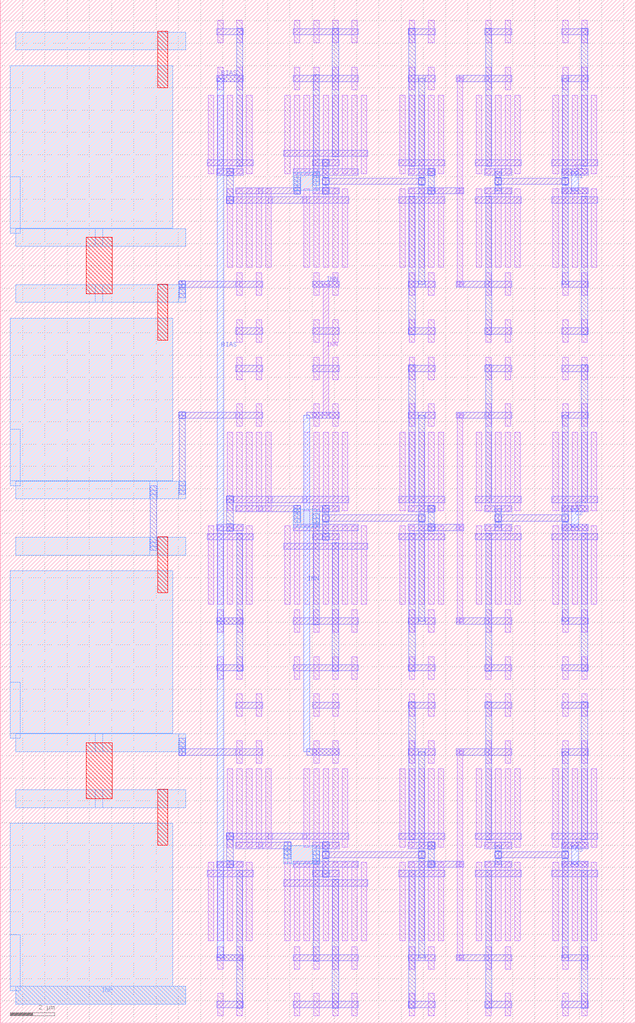
<source format=lef>
MACRO TWO_BIT_RES_ADC
  ORIGIN 0 0 ;
  FOREIGN TWO_BIT_RES_ADC 0 0 ;
  SIZE 28.51 BY 45.95 ;
  PIN BIAS
    DIRECTION INOUT ;
    USE SIGNAL ;
    PORT 
      LAYER M2 ;
        RECT 9.72 2.8 10.92 3.08 ;
      LAYER M2 ;
        RECT 9.72 17.92 10.92 18.2 ;
      LAYER M2 ;
        RECT 9.72 42.28 10.92 42.56 ;
      LAYER M2 ;
        RECT 9.73 2.8 10.05 3.08 ;
      LAYER M3 ;
        RECT 9.75 2.94 10.03 18.06 ;
      LAYER M2 ;
        RECT 9.73 17.92 10.05 18.2 ;
      LAYER M3 ;
        RECT 9.75 18.06 10.03 42.42 ;
      LAYER M2 ;
        RECT 9.73 42.28 10.05 42.56 ;
    END
  END BIAS
  PIN INN
    DIRECTION INOUT ;
    USE SIGNAL ;
    PORT 
      LAYER M2 ;
        RECT 14.02 12.04 15.22 12.32 ;
      LAYER M2 ;
        RECT 14.02 27.16 15.22 27.44 ;
      LAYER M2 ;
        RECT 14.02 33.04 15.22 33.32 ;
      LAYER M2 ;
        RECT 13.76 12.04 14.19 12.32 ;
      LAYER M3 ;
        RECT 13.62 12.18 13.9 27.3 ;
      LAYER M2 ;
        RECT 13.76 27.16 14.19 27.44 ;
      LAYER M2 ;
        RECT 14.46 27.16 14.78 27.44 ;
      LAYER M1 ;
        RECT 14.495 27.3 14.745 33.18 ;
      LAYER M2 ;
        RECT 14.46 33.04 14.78 33.32 ;
    END
  END INN
  PIN C3
    DIRECTION INOUT ;
    USE SIGNAL ;
    PORT 
      LAYER M2 ;
        RECT 25.2 7 26.4 7.28 ;
      LAYER M2 ;
        RECT 25.2 7.84 26.4 8.12 ;
      LAYER M2 ;
        RECT 25.64 7 25.96 7.28 ;
      LAYER M3 ;
        RECT 25.66 7.14 25.94 7.98 ;
      LAYER M2 ;
        RECT 25.64 7.84 25.96 8.12 ;
    END
  END C3
  PIN C2
    DIRECTION INOUT ;
    USE SIGNAL ;
    PORT 
      LAYER M2 ;
        RECT 25.2 22.12 26.4 22.4 ;
      LAYER M2 ;
        RECT 25.2 22.96 26.4 23.24 ;
      LAYER M2 ;
        RECT 25.64 22.12 25.96 22.4 ;
      LAYER M3 ;
        RECT 25.66 22.26 25.94 23.1 ;
      LAYER M2 ;
        RECT 25.64 22.96 25.96 23.24 ;
    END
  END C2
  PIN C1
    DIRECTION INOUT ;
    USE SIGNAL ;
    PORT 
      LAYER M2 ;
        RECT 25.2 37.24 26.4 37.52 ;
      LAYER M2 ;
        RECT 25.2 38.08 26.4 38.36 ;
      LAYER M2 ;
        RECT 25.64 37.24 25.96 37.52 ;
      LAYER M3 ;
        RECT 25.66 37.38 25.94 38.22 ;
      LAYER M2 ;
        RECT 25.64 38.08 25.96 38.36 ;
    END
  END C1
  PIN INP
    DIRECTION INOUT ;
    USE SIGNAL ;
    PORT 
      LAYER M4 ;
        RECT 0.695 0.86 8.335 1.66 ;
    END
  END INP
  OBS 
  LAYER M4 ;
        RECT 0.695 9.68 8.335 10.48 ;
  LAYER M4 ;
        RECT 0.695 12.2 8.335 13 ;
  LAYER M4 ;
        RECT 4.275 9.68 4.605 10.48 ;
  LAYER M5 ;
        RECT 3.85 10.08 5.03 12.6 ;
  LAYER M4 ;
        RECT 4.275 12.2 4.605 13 ;
  LAYER M2 ;
        RECT 10.58 12.04 11.78 12.32 ;
  LAYER M4 ;
        RECT 8.005 12.2 8.335 13 ;
  LAYER M3 ;
        RECT 8.03 12.18 8.31 12.6 ;
  LAYER M2 ;
        RECT 8.17 12.04 10.75 12.32 ;
  LAYER M2 ;
        RECT 8.01 12.04 8.33 12.32 ;
  LAYER M3 ;
        RECT 8.03 12.02 8.31 12.34 ;
  LAYER M3 ;
        RECT 8.03 12.415 8.31 12.785 ;
  LAYER M4 ;
        RECT 8.005 12.2 8.335 13 ;
  LAYER M2 ;
        RECT 8.01 12.04 8.33 12.32 ;
  LAYER M3 ;
        RECT 8.03 12.02 8.31 12.34 ;
  LAYER M3 ;
        RECT 8.03 12.415 8.31 12.785 ;
  LAYER M4 ;
        RECT 8.005 12.2 8.335 13 ;
  LAYER M4 ;
        RECT 0.695 21.02 8.335 21.82 ;
  LAYER M4 ;
        RECT 0.695 23.54 8.335 24.34 ;
  LAYER M2 ;
        RECT 10.58 27.16 11.78 27.44 ;
  LAYER M4 ;
        RECT 6.715 21.02 7.045 21.82 ;
  LAYER M3 ;
        RECT 6.74 21.42 7.02 23.94 ;
  LAYER M4 ;
        RECT 6.715 23.54 7.045 24.34 ;
  LAYER M4 ;
        RECT 8.005 23.54 8.335 24.34 ;
  LAYER M3 ;
        RECT 8.03 23.94 8.31 27.3 ;
  LAYER M2 ;
        RECT 8.17 27.16 10.75 27.44 ;
  LAYER M3 ;
        RECT 6.74 21.235 7.02 21.605 ;
  LAYER M4 ;
        RECT 6.715 21.02 7.045 21.82 ;
  LAYER M3 ;
        RECT 6.74 23.755 7.02 24.125 ;
  LAYER M4 ;
        RECT 6.715 23.54 7.045 24.34 ;
  LAYER M3 ;
        RECT 6.74 21.235 7.02 21.605 ;
  LAYER M4 ;
        RECT 6.715 21.02 7.045 21.82 ;
  LAYER M3 ;
        RECT 6.74 23.755 7.02 24.125 ;
  LAYER M4 ;
        RECT 6.715 23.54 7.045 24.34 ;
  LAYER M2 ;
        RECT 8.01 27.16 8.33 27.44 ;
  LAYER M3 ;
        RECT 8.03 27.14 8.31 27.46 ;
  LAYER M3 ;
        RECT 6.74 21.235 7.02 21.605 ;
  LAYER M4 ;
        RECT 6.715 21.02 7.045 21.82 ;
  LAYER M3 ;
        RECT 6.74 23.755 7.02 24.125 ;
  LAYER M4 ;
        RECT 6.715 23.54 7.045 24.34 ;
  LAYER M3 ;
        RECT 8.03 23.755 8.31 24.125 ;
  LAYER M4 ;
        RECT 8.005 23.54 8.335 24.34 ;
  LAYER M2 ;
        RECT 8.01 27.16 8.33 27.44 ;
  LAYER M3 ;
        RECT 8.03 27.14 8.31 27.46 ;
  LAYER M3 ;
        RECT 6.74 21.235 7.02 21.605 ;
  LAYER M4 ;
        RECT 6.715 21.02 7.045 21.82 ;
  LAYER M3 ;
        RECT 6.74 23.755 7.02 24.125 ;
  LAYER M4 ;
        RECT 6.715 23.54 7.045 24.34 ;
  LAYER M3 ;
        RECT 8.03 23.755 8.31 24.125 ;
  LAYER M4 ;
        RECT 8.005 23.54 8.335 24.34 ;
  LAYER M4 ;
        RECT 0.695 32.36 8.335 33.16 ;
  LAYER M4 ;
        RECT 0.695 34.88 8.335 35.68 ;
  LAYER M4 ;
        RECT 4.275 32.36 4.605 33.16 ;
  LAYER M5 ;
        RECT 3.85 32.76 5.03 35.28 ;
  LAYER M4 ;
        RECT 4.275 34.88 4.605 35.68 ;
  LAYER M2 ;
        RECT 10.58 33.04 11.78 33.32 ;
  LAYER M4 ;
        RECT 8.005 32.36 8.335 33.16 ;
  LAYER M3 ;
        RECT 8.03 32.76 8.31 33.18 ;
  LAYER M2 ;
        RECT 8.17 33.04 10.75 33.32 ;
  LAYER M2 ;
        RECT 8.01 33.04 8.33 33.32 ;
  LAYER M3 ;
        RECT 8.03 33.02 8.31 33.34 ;
  LAYER M3 ;
        RECT 8.03 32.575 8.31 32.945 ;
  LAYER M4 ;
        RECT 8.005 32.36 8.335 33.16 ;
  LAYER M2 ;
        RECT 8.01 33.04 8.33 33.32 ;
  LAYER M3 ;
        RECT 8.03 33.02 8.31 33.34 ;
  LAYER M3 ;
        RECT 8.03 32.575 8.31 32.945 ;
  LAYER M4 ;
        RECT 8.005 32.36 8.335 33.16 ;
  LAYER M2 ;
        RECT 14.02 6.58 15.22 6.86 ;
  LAYER M2 ;
        RECT 14.02 7.84 15.22 8.12 ;
  LAYER M2 ;
        RECT 18.32 2.8 19.52 3.08 ;
  LAYER M2 ;
        RECT 18.32 12.04 19.52 12.32 ;
  LAYER M2 ;
        RECT 18.76 2.8 19.08 3.08 ;
  LAYER M3 ;
        RECT 18.78 2.94 19.06 12.18 ;
  LAYER M2 ;
        RECT 18.76 12.04 19.08 12.32 ;
  LAYER M2 ;
        RECT 14.46 6.58 14.78 6.86 ;
  LAYER M3 ;
        RECT 14.48 6.72 14.76 7.98 ;
  LAYER M2 ;
        RECT 14.46 7.84 14.78 8.12 ;
  LAYER M3 ;
        RECT 14.48 7.375 14.76 7.745 ;
  LAYER M2 ;
        RECT 14.62 7.42 18.92 7.7 ;
  LAYER M3 ;
        RECT 18.78 7.375 19.06 7.745 ;
  LAYER M2 ;
        RECT 14.46 6.58 14.78 6.86 ;
  LAYER M3 ;
        RECT 14.48 6.56 14.76 6.88 ;
  LAYER M2 ;
        RECT 14.46 7.84 14.78 8.12 ;
  LAYER M3 ;
        RECT 14.48 7.82 14.76 8.14 ;
  LAYER M2 ;
        RECT 14.46 6.58 14.78 6.86 ;
  LAYER M3 ;
        RECT 14.48 6.56 14.76 6.88 ;
  LAYER M2 ;
        RECT 14.46 7.84 14.78 8.12 ;
  LAYER M3 ;
        RECT 14.48 7.82 14.76 8.14 ;
  LAYER M2 ;
        RECT 14.46 6.58 14.78 6.86 ;
  LAYER M3 ;
        RECT 14.48 6.56 14.76 6.88 ;
  LAYER M2 ;
        RECT 14.46 7.42 14.78 7.7 ;
  LAYER M3 ;
        RECT 14.48 7.4 14.76 7.72 ;
  LAYER M2 ;
        RECT 14.46 7.84 14.78 8.12 ;
  LAYER M3 ;
        RECT 14.48 7.82 14.76 8.14 ;
  LAYER M2 ;
        RECT 18.76 7.42 19.08 7.7 ;
  LAYER M3 ;
        RECT 18.78 7.4 19.06 7.72 ;
  LAYER M2 ;
        RECT 14.46 6.58 14.78 6.86 ;
  LAYER M3 ;
        RECT 14.48 6.56 14.76 6.88 ;
  LAYER M2 ;
        RECT 14.46 7.42 14.78 7.7 ;
  LAYER M3 ;
        RECT 14.48 7.4 14.76 7.72 ;
  LAYER M2 ;
        RECT 14.46 7.84 14.78 8.12 ;
  LAYER M3 ;
        RECT 14.48 7.82 14.76 8.14 ;
  LAYER M2 ;
        RECT 18.76 7.42 19.08 7.7 ;
  LAYER M3 ;
        RECT 18.78 7.4 19.06 7.72 ;
  LAYER M2 ;
        RECT 25.2 2.8 26.4 3.08 ;
  LAYER M2 ;
        RECT 25.2 12.04 26.4 12.32 ;
  LAYER M2 ;
        RECT 25.21 2.8 25.53 3.08 ;
  LAYER M3 ;
        RECT 25.23 2.94 25.51 12.18 ;
  LAYER M2 ;
        RECT 25.21 12.04 25.53 12.32 ;
  LAYER M2 ;
        RECT 21.76 7 22.96 7.28 ;
  LAYER M2 ;
        RECT 21.76 7.84 22.96 8.12 ;
  LAYER M2 ;
        RECT 22.2 7 22.52 7.28 ;
  LAYER M3 ;
        RECT 22.22 7.14 22.5 7.98 ;
  LAYER M2 ;
        RECT 22.2 7.84 22.52 8.12 ;
  LAYER M3 ;
        RECT 25.23 7.375 25.51 7.745 ;
  LAYER M2 ;
        RECT 22.36 7.42 25.37 7.7 ;
  LAYER M3 ;
        RECT 22.22 7.375 22.5 7.745 ;
  LAYER M2 ;
        RECT 22.2 7.42 22.52 7.7 ;
  LAYER M3 ;
        RECT 22.22 7.4 22.5 7.72 ;
  LAYER M2 ;
        RECT 25.21 7.42 25.53 7.7 ;
  LAYER M3 ;
        RECT 25.23 7.4 25.51 7.72 ;
  LAYER M2 ;
        RECT 22.2 7.42 22.52 7.7 ;
  LAYER M3 ;
        RECT 22.22 7.4 22.5 7.72 ;
  LAYER M2 ;
        RECT 25.21 7.42 25.53 7.7 ;
  LAYER M3 ;
        RECT 25.23 7.4 25.51 7.72 ;
  LAYER M2 ;
        RECT 10.58 7.84 11.78 8.12 ;
  LAYER M3 ;
        RECT 14.05 2.78 14.33 7.3 ;
  LAYER M2 ;
        RECT 11.61 7.84 12.9 8.12 ;
  LAYER M3 ;
        RECT 12.76 7.56 13.04 7.98 ;
  LAYER M4 ;
        RECT 12.9 7.16 14.19 7.96 ;
  LAYER M3 ;
        RECT 14.05 7.14 14.33 7.56 ;
  LAYER M2 ;
        RECT 12.74 7.84 13.06 8.12 ;
  LAYER M3 ;
        RECT 12.76 7.82 13.04 8.14 ;
  LAYER M3 ;
        RECT 12.76 7.375 13.04 7.745 ;
  LAYER M4 ;
        RECT 12.735 7.16 13.065 7.96 ;
  LAYER M3 ;
        RECT 14.05 7.375 14.33 7.745 ;
  LAYER M4 ;
        RECT 14.025 7.16 14.355 7.96 ;
  LAYER M2 ;
        RECT 12.74 7.84 13.06 8.12 ;
  LAYER M3 ;
        RECT 12.76 7.82 13.04 8.14 ;
  LAYER M3 ;
        RECT 12.76 7.375 13.04 7.745 ;
  LAYER M4 ;
        RECT 12.735 7.16 13.065 7.96 ;
  LAYER M3 ;
        RECT 14.05 7.375 14.33 7.745 ;
  LAYER M4 ;
        RECT 14.025 7.16 14.355 7.96 ;
  LAYER M2 ;
        RECT 9.72 7 10.92 7.28 ;
  LAYER M2 ;
        RECT 10.15 8.26 12.21 8.54 ;
  LAYER M2 ;
        RECT 13.59 8.26 15.65 8.54 ;
  LAYER M2 ;
        RECT 10.16 7 10.48 7.28 ;
  LAYER M3 ;
        RECT 10.18 7.14 10.46 8.4 ;
  LAYER M2 ;
        RECT 10.16 8.26 10.48 8.54 ;
  LAYER M2 ;
        RECT 12.04 8.26 13.76 8.54 ;
  LAYER M2 ;
        RECT 10.16 7 10.48 7.28 ;
  LAYER M3 ;
        RECT 10.18 6.98 10.46 7.3 ;
  LAYER M2 ;
        RECT 10.16 8.26 10.48 8.54 ;
  LAYER M3 ;
        RECT 10.18 8.24 10.46 8.56 ;
  LAYER M2 ;
        RECT 10.16 7 10.48 7.28 ;
  LAYER M3 ;
        RECT 10.18 6.98 10.46 7.3 ;
  LAYER M2 ;
        RECT 10.16 8.26 10.48 8.54 ;
  LAYER M3 ;
        RECT 10.18 8.24 10.46 8.56 ;
  LAYER M2 ;
        RECT 10.16 7 10.48 7.28 ;
  LAYER M3 ;
        RECT 10.18 6.98 10.46 7.3 ;
  LAYER M2 ;
        RECT 10.16 8.26 10.48 8.54 ;
  LAYER M3 ;
        RECT 10.18 8.24 10.46 8.56 ;
  LAYER M2 ;
        RECT 10.16 7 10.48 7.28 ;
  LAYER M3 ;
        RECT 10.18 6.98 10.46 7.3 ;
  LAYER M2 ;
        RECT 10.16 8.26 10.48 8.54 ;
  LAYER M3 ;
        RECT 10.18 8.24 10.46 8.56 ;
  LAYER M2 ;
        RECT 21.76 2.8 22.96 3.08 ;
  LAYER M2 ;
        RECT 18.32 7 19.52 7.28 ;
  LAYER M2 ;
        RECT 18.32 7.84 19.52 8.12 ;
  LAYER M2 ;
        RECT 21.76 12.04 22.96 12.32 ;
  LAYER M2 ;
        RECT 20.64 2.8 21.93 3.08 ;
  LAYER M1 ;
        RECT 20.515 2.94 20.765 7.14 ;
  LAYER M2 ;
        RECT 19.35 7 20.64 7.28 ;
  LAYER M2 ;
        RECT 19.19 7 19.51 7.28 ;
  LAYER M3 ;
        RECT 19.21 7.14 19.49 7.98 ;
  LAYER M2 ;
        RECT 19.19 7.84 19.51 8.12 ;
  LAYER M1 ;
        RECT 20.515 7.14 20.765 12.18 ;
  LAYER M2 ;
        RECT 20.64 12.04 21.93 12.32 ;
  LAYER M1 ;
        RECT 20.515 2.855 20.765 3.025 ;
  LAYER M2 ;
        RECT 20.47 2.8 20.81 3.08 ;
  LAYER M1 ;
        RECT 20.515 7.055 20.765 7.225 ;
  LAYER M2 ;
        RECT 20.47 7 20.81 7.28 ;
  LAYER M1 ;
        RECT 20.515 2.855 20.765 3.025 ;
  LAYER M2 ;
        RECT 20.47 2.8 20.81 3.08 ;
  LAYER M1 ;
        RECT 20.515 7.055 20.765 7.225 ;
  LAYER M2 ;
        RECT 20.47 7 20.81 7.28 ;
  LAYER M1 ;
        RECT 20.515 2.855 20.765 3.025 ;
  LAYER M2 ;
        RECT 20.47 2.8 20.81 3.08 ;
  LAYER M1 ;
        RECT 20.515 7.055 20.765 7.225 ;
  LAYER M2 ;
        RECT 20.47 7 20.81 7.28 ;
  LAYER M2 ;
        RECT 19.19 7 19.51 7.28 ;
  LAYER M3 ;
        RECT 19.21 6.98 19.49 7.3 ;
  LAYER M2 ;
        RECT 19.19 7.84 19.51 8.12 ;
  LAYER M3 ;
        RECT 19.21 7.82 19.49 8.14 ;
  LAYER M1 ;
        RECT 20.515 2.855 20.765 3.025 ;
  LAYER M2 ;
        RECT 20.47 2.8 20.81 3.08 ;
  LAYER M1 ;
        RECT 20.515 7.055 20.765 7.225 ;
  LAYER M2 ;
        RECT 20.47 7 20.81 7.28 ;
  LAYER M2 ;
        RECT 19.19 7 19.51 7.28 ;
  LAYER M3 ;
        RECT 19.21 6.98 19.49 7.3 ;
  LAYER M2 ;
        RECT 19.19 7.84 19.51 8.12 ;
  LAYER M3 ;
        RECT 19.21 7.82 19.49 8.14 ;
  LAYER M1 ;
        RECT 20.515 2.855 20.765 3.025 ;
  LAYER M2 ;
        RECT 20.47 2.8 20.81 3.08 ;
  LAYER M1 ;
        RECT 20.515 7.055 20.765 7.225 ;
  LAYER M2 ;
        RECT 20.47 7 20.81 7.28 ;
  LAYER M1 ;
        RECT 20.515 12.095 20.765 12.265 ;
  LAYER M2 ;
        RECT 20.47 12.04 20.81 12.32 ;
  LAYER M2 ;
        RECT 19.19 7 19.51 7.28 ;
  LAYER M3 ;
        RECT 19.21 6.98 19.49 7.3 ;
  LAYER M2 ;
        RECT 19.19 7.84 19.51 8.12 ;
  LAYER M3 ;
        RECT 19.21 7.82 19.49 8.14 ;
  LAYER M1 ;
        RECT 20.515 2.855 20.765 3.025 ;
  LAYER M2 ;
        RECT 20.47 2.8 20.81 3.08 ;
  LAYER M1 ;
        RECT 20.515 7.055 20.765 7.225 ;
  LAYER M2 ;
        RECT 20.47 7 20.81 7.28 ;
  LAYER M1 ;
        RECT 20.515 12.095 20.765 12.265 ;
  LAYER M2 ;
        RECT 20.47 12.04 20.81 12.32 ;
  LAYER M2 ;
        RECT 19.19 7 19.51 7.28 ;
  LAYER M3 ;
        RECT 19.21 6.98 19.49 7.3 ;
  LAYER M2 ;
        RECT 19.19 7.84 19.51 8.12 ;
  LAYER M3 ;
        RECT 19.21 7.82 19.49 8.14 ;
  LAYER M1 ;
        RECT 19.225 3.695 19.475 7.225 ;
  LAYER M1 ;
        RECT 19.225 2.435 19.475 3.445 ;
  LAYER M1 ;
        RECT 19.225 0.335 19.475 1.345 ;
  LAYER M1 ;
        RECT 19.655 3.695 19.905 7.225 ;
  LAYER M1 ;
        RECT 18.795 3.695 19.045 7.225 ;
  LAYER M1 ;
        RECT 18.365 3.695 18.615 7.225 ;
  LAYER M1 ;
        RECT 18.365 2.435 18.615 3.445 ;
  LAYER M1 ;
        RECT 18.365 0.335 18.615 1.345 ;
  LAYER M1 ;
        RECT 17.935 3.695 18.185 7.225 ;
  LAYER M2 ;
        RECT 17.89 6.58 19.95 6.86 ;
  LAYER M2 ;
        RECT 18.32 0.7 19.52 0.98 ;
  LAYER M2 ;
        RECT 18.32 7 19.52 7.28 ;
  LAYER M2 ;
        RECT 18.32 2.8 19.52 3.08 ;
  LAYER M3 ;
        RECT 18.35 0.68 18.63 6.88 ;
  LAYER M1 ;
        RECT 22.665 3.695 22.915 7.225 ;
  LAYER M1 ;
        RECT 22.665 2.435 22.915 3.445 ;
  LAYER M1 ;
        RECT 22.665 0.335 22.915 1.345 ;
  LAYER M1 ;
        RECT 23.095 3.695 23.345 7.225 ;
  LAYER M1 ;
        RECT 22.235 3.695 22.485 7.225 ;
  LAYER M1 ;
        RECT 21.805 3.695 22.055 7.225 ;
  LAYER M1 ;
        RECT 21.805 2.435 22.055 3.445 ;
  LAYER M1 ;
        RECT 21.805 0.335 22.055 1.345 ;
  LAYER M1 ;
        RECT 21.375 3.695 21.625 7.225 ;
  LAYER M2 ;
        RECT 21.33 6.58 23.39 6.86 ;
  LAYER M2 ;
        RECT 21.76 0.7 22.96 0.98 ;
  LAYER M2 ;
        RECT 21.76 7 22.96 7.28 ;
  LAYER M2 ;
        RECT 21.76 2.8 22.96 3.08 ;
  LAYER M3 ;
        RECT 21.79 0.68 22.07 6.88 ;
  LAYER M1 ;
        RECT 19.225 7.895 19.475 11.425 ;
  LAYER M1 ;
        RECT 19.225 11.675 19.475 12.685 ;
  LAYER M1 ;
        RECT 19.225 13.775 19.475 14.785 ;
  LAYER M1 ;
        RECT 19.655 7.895 19.905 11.425 ;
  LAYER M1 ;
        RECT 18.795 7.895 19.045 11.425 ;
  LAYER M1 ;
        RECT 18.365 7.895 18.615 11.425 ;
  LAYER M1 ;
        RECT 18.365 11.675 18.615 12.685 ;
  LAYER M1 ;
        RECT 18.365 13.775 18.615 14.785 ;
  LAYER M1 ;
        RECT 17.935 7.895 18.185 11.425 ;
  LAYER M2 ;
        RECT 17.89 8.26 19.95 8.54 ;
  LAYER M2 ;
        RECT 18.32 14.14 19.52 14.42 ;
  LAYER M2 ;
        RECT 18.32 7.84 19.52 8.12 ;
  LAYER M2 ;
        RECT 18.32 12.04 19.52 12.32 ;
  LAYER M3 ;
        RECT 18.35 8.24 18.63 14.44 ;
  LAYER M1 ;
        RECT 22.665 7.895 22.915 11.425 ;
  LAYER M1 ;
        RECT 22.665 11.675 22.915 12.685 ;
  LAYER M1 ;
        RECT 22.665 13.775 22.915 14.785 ;
  LAYER M1 ;
        RECT 23.095 7.895 23.345 11.425 ;
  LAYER M1 ;
        RECT 22.235 7.895 22.485 11.425 ;
  LAYER M1 ;
        RECT 21.805 7.895 22.055 11.425 ;
  LAYER M1 ;
        RECT 21.805 11.675 22.055 12.685 ;
  LAYER M1 ;
        RECT 21.805 13.775 22.055 14.785 ;
  LAYER M1 ;
        RECT 21.375 7.895 21.625 11.425 ;
  LAYER M2 ;
        RECT 21.33 8.26 23.39 8.54 ;
  LAYER M2 ;
        RECT 21.76 14.14 22.96 14.42 ;
  LAYER M2 ;
        RECT 21.76 7.84 22.96 8.12 ;
  LAYER M2 ;
        RECT 21.76 12.04 22.96 12.32 ;
  LAYER M3 ;
        RECT 21.79 8.24 22.07 14.44 ;
  LAYER M1 ;
        RECT 13.205 3.695 13.455 7.225 ;
  LAYER M1 ;
        RECT 13.205 2.435 13.455 3.445 ;
  LAYER M1 ;
        RECT 13.205 0.335 13.455 1.345 ;
  LAYER M1 ;
        RECT 12.775 3.695 13.025 7.225 ;
  LAYER M1 ;
        RECT 13.635 3.695 13.885 7.225 ;
  LAYER M1 ;
        RECT 14.065 3.695 14.315 7.225 ;
  LAYER M1 ;
        RECT 14.065 2.435 14.315 3.445 ;
  LAYER M1 ;
        RECT 14.065 0.335 14.315 1.345 ;
  LAYER M1 ;
        RECT 14.495 3.695 14.745 7.225 ;
  LAYER M1 ;
        RECT 14.925 3.695 15.175 7.225 ;
  LAYER M1 ;
        RECT 14.925 2.435 15.175 3.445 ;
  LAYER M1 ;
        RECT 14.925 0.335 15.175 1.345 ;
  LAYER M1 ;
        RECT 15.355 3.695 15.605 7.225 ;
  LAYER M1 ;
        RECT 15.785 3.695 16.035 7.225 ;
  LAYER M1 ;
        RECT 15.785 2.435 16.035 3.445 ;
  LAYER M1 ;
        RECT 15.785 0.335 16.035 1.345 ;
  LAYER M1 ;
        RECT 16.215 3.695 16.465 7.225 ;
  LAYER M2 ;
        RECT 13.16 7 16.08 7.28 ;
  LAYER M2 ;
        RECT 13.16 2.8 16.08 3.08 ;
  LAYER M2 ;
        RECT 12.73 6.16 16.51 6.44 ;
  LAYER M2 ;
        RECT 13.16 0.7 16.08 0.98 ;
  LAYER M3 ;
        RECT 14.05 2.78 14.33 7.3 ;
  LAYER M2 ;
        RECT 14.02 6.58 15.22 6.86 ;
  LAYER M3 ;
        RECT 14.91 0.68 15.19 6.46 ;
  LAYER M1 ;
        RECT 25.245 3.695 25.495 7.225 ;
  LAYER M1 ;
        RECT 25.245 2.435 25.495 3.445 ;
  LAYER M1 ;
        RECT 25.245 0.335 25.495 1.345 ;
  LAYER M1 ;
        RECT 24.815 3.695 25.065 7.225 ;
  LAYER M1 ;
        RECT 25.675 3.695 25.925 7.225 ;
  LAYER M1 ;
        RECT 26.105 3.695 26.355 7.225 ;
  LAYER M1 ;
        RECT 26.105 2.435 26.355 3.445 ;
  LAYER M1 ;
        RECT 26.105 0.335 26.355 1.345 ;
  LAYER M1 ;
        RECT 26.535 3.695 26.785 7.225 ;
  LAYER M2 ;
        RECT 24.77 6.58 26.83 6.86 ;
  LAYER M2 ;
        RECT 25.2 0.7 26.4 0.98 ;
  LAYER M2 ;
        RECT 25.2 7 26.4 7.28 ;
  LAYER M2 ;
        RECT 25.2 2.8 26.4 3.08 ;
  LAYER M3 ;
        RECT 26.09 0.68 26.37 6.88 ;
  LAYER M1 ;
        RECT 25.245 7.895 25.495 11.425 ;
  LAYER M1 ;
        RECT 25.245 11.675 25.495 12.685 ;
  LAYER M1 ;
        RECT 25.245 13.775 25.495 14.785 ;
  LAYER M1 ;
        RECT 24.815 7.895 25.065 11.425 ;
  LAYER M1 ;
        RECT 25.675 7.895 25.925 11.425 ;
  LAYER M1 ;
        RECT 26.105 7.895 26.355 11.425 ;
  LAYER M1 ;
        RECT 26.105 11.675 26.355 12.685 ;
  LAYER M1 ;
        RECT 26.105 13.775 26.355 14.785 ;
  LAYER M1 ;
        RECT 26.535 7.895 26.785 11.425 ;
  LAYER M2 ;
        RECT 24.77 8.26 26.83 8.54 ;
  LAYER M2 ;
        RECT 25.2 14.14 26.4 14.42 ;
  LAYER M2 ;
        RECT 25.2 7.84 26.4 8.12 ;
  LAYER M2 ;
        RECT 25.2 12.04 26.4 12.32 ;
  LAYER M3 ;
        RECT 26.09 8.24 26.37 14.44 ;
  LAYER M1 ;
        RECT 9.765 3.695 10.015 7.225 ;
  LAYER M1 ;
        RECT 9.765 2.435 10.015 3.445 ;
  LAYER M1 ;
        RECT 9.765 0.335 10.015 1.345 ;
  LAYER M1 ;
        RECT 9.335 3.695 9.585 7.225 ;
  LAYER M1 ;
        RECT 10.195 3.695 10.445 7.225 ;
  LAYER M1 ;
        RECT 10.625 3.695 10.875 7.225 ;
  LAYER M1 ;
        RECT 10.625 2.435 10.875 3.445 ;
  LAYER M1 ;
        RECT 10.625 0.335 10.875 1.345 ;
  LAYER M1 ;
        RECT 11.055 3.695 11.305 7.225 ;
  LAYER M2 ;
        RECT 9.29 6.58 11.35 6.86 ;
  LAYER M2 ;
        RECT 9.72 0.7 10.92 0.98 ;
  LAYER M2 ;
        RECT 9.72 7 10.92 7.28 ;
  LAYER M2 ;
        RECT 9.72 2.8 10.92 3.08 ;
  LAYER M3 ;
        RECT 10.61 0.68 10.89 6.88 ;
  LAYER M1 ;
        RECT 10.625 7.895 10.875 11.425 ;
  LAYER M1 ;
        RECT 10.625 11.675 10.875 12.685 ;
  LAYER M1 ;
        RECT 10.625 13.775 10.875 14.785 ;
  LAYER M1 ;
        RECT 10.195 7.895 10.445 11.425 ;
  LAYER M1 ;
        RECT 11.055 7.895 11.305 11.425 ;
  LAYER M1 ;
        RECT 11.485 7.895 11.735 11.425 ;
  LAYER M1 ;
        RECT 11.485 11.675 11.735 12.685 ;
  LAYER M1 ;
        RECT 11.485 13.775 11.735 14.785 ;
  LAYER M1 ;
        RECT 11.915 7.895 12.165 11.425 ;
  LAYER M2 ;
        RECT 10.58 14.14 11.78 14.42 ;
  LAYER M2 ;
        RECT 10.58 7.84 11.78 8.12 ;
  LAYER M2 ;
        RECT 10.58 12.04 11.78 12.32 ;
  LAYER M2 ;
        RECT 10.15 8.26 12.21 8.54 ;
  LAYER M1 ;
        RECT 14.065 7.895 14.315 11.425 ;
  LAYER M1 ;
        RECT 14.065 11.675 14.315 12.685 ;
  LAYER M1 ;
        RECT 14.065 13.775 14.315 14.785 ;
  LAYER M1 ;
        RECT 13.635 7.895 13.885 11.425 ;
  LAYER M1 ;
        RECT 14.495 7.895 14.745 11.425 ;
  LAYER M1 ;
        RECT 14.925 7.895 15.175 11.425 ;
  LAYER M1 ;
        RECT 14.925 11.675 15.175 12.685 ;
  LAYER M1 ;
        RECT 14.925 13.775 15.175 14.785 ;
  LAYER M1 ;
        RECT 15.355 7.895 15.605 11.425 ;
  LAYER M2 ;
        RECT 14.02 14.14 15.22 14.42 ;
  LAYER M2 ;
        RECT 14.02 7.84 15.22 8.12 ;
  LAYER M2 ;
        RECT 14.02 12.04 15.22 12.32 ;
  LAYER M2 ;
        RECT 13.59 8.26 15.65 8.54 ;
  LAYER M2 ;
        RECT 14.02 21.7 15.22 21.98 ;
  LAYER M2 ;
        RECT 14.02 22.96 15.22 23.24 ;
  LAYER M2 ;
        RECT 18.32 17.92 19.52 18.2 ;
  LAYER M2 ;
        RECT 18.32 27.16 19.52 27.44 ;
  LAYER M2 ;
        RECT 18.76 17.92 19.08 18.2 ;
  LAYER M3 ;
        RECT 18.78 18.06 19.06 27.3 ;
  LAYER M2 ;
        RECT 18.76 27.16 19.08 27.44 ;
  LAYER M2 ;
        RECT 14.46 21.7 14.78 21.98 ;
  LAYER M3 ;
        RECT 14.48 21.84 14.76 23.1 ;
  LAYER M2 ;
        RECT 14.46 22.96 14.78 23.24 ;
  LAYER M3 ;
        RECT 14.48 22.495 14.76 22.865 ;
  LAYER M2 ;
        RECT 14.62 22.54 18.92 22.82 ;
  LAYER M3 ;
        RECT 18.78 22.495 19.06 22.865 ;
  LAYER M2 ;
        RECT 14.46 21.7 14.78 21.98 ;
  LAYER M3 ;
        RECT 14.48 21.68 14.76 22 ;
  LAYER M2 ;
        RECT 14.46 22.96 14.78 23.24 ;
  LAYER M3 ;
        RECT 14.48 22.94 14.76 23.26 ;
  LAYER M2 ;
        RECT 14.46 21.7 14.78 21.98 ;
  LAYER M3 ;
        RECT 14.48 21.68 14.76 22 ;
  LAYER M2 ;
        RECT 14.46 22.96 14.78 23.24 ;
  LAYER M3 ;
        RECT 14.48 22.94 14.76 23.26 ;
  LAYER M2 ;
        RECT 14.46 21.7 14.78 21.98 ;
  LAYER M3 ;
        RECT 14.48 21.68 14.76 22 ;
  LAYER M2 ;
        RECT 14.46 22.54 14.78 22.82 ;
  LAYER M3 ;
        RECT 14.48 22.52 14.76 22.84 ;
  LAYER M2 ;
        RECT 14.46 22.96 14.78 23.24 ;
  LAYER M3 ;
        RECT 14.48 22.94 14.76 23.26 ;
  LAYER M2 ;
        RECT 18.76 22.54 19.08 22.82 ;
  LAYER M3 ;
        RECT 18.78 22.52 19.06 22.84 ;
  LAYER M2 ;
        RECT 14.46 21.7 14.78 21.98 ;
  LAYER M3 ;
        RECT 14.48 21.68 14.76 22 ;
  LAYER M2 ;
        RECT 14.46 22.54 14.78 22.82 ;
  LAYER M3 ;
        RECT 14.48 22.52 14.76 22.84 ;
  LAYER M2 ;
        RECT 14.46 22.96 14.78 23.24 ;
  LAYER M3 ;
        RECT 14.48 22.94 14.76 23.26 ;
  LAYER M2 ;
        RECT 18.76 22.54 19.08 22.82 ;
  LAYER M3 ;
        RECT 18.78 22.52 19.06 22.84 ;
  LAYER M2 ;
        RECT 25.2 17.92 26.4 18.2 ;
  LAYER M2 ;
        RECT 25.2 27.16 26.4 27.44 ;
  LAYER M2 ;
        RECT 25.21 17.92 25.53 18.2 ;
  LAYER M3 ;
        RECT 25.23 18.06 25.51 27.3 ;
  LAYER M2 ;
        RECT 25.21 27.16 25.53 27.44 ;
  LAYER M2 ;
        RECT 21.76 22.12 22.96 22.4 ;
  LAYER M2 ;
        RECT 21.76 22.96 22.96 23.24 ;
  LAYER M2 ;
        RECT 22.2 22.12 22.52 22.4 ;
  LAYER M3 ;
        RECT 22.22 22.26 22.5 23.1 ;
  LAYER M2 ;
        RECT 22.2 22.96 22.52 23.24 ;
  LAYER M3 ;
        RECT 25.23 22.495 25.51 22.865 ;
  LAYER M2 ;
        RECT 22.36 22.54 25.37 22.82 ;
  LAYER M3 ;
        RECT 22.22 22.495 22.5 22.865 ;
  LAYER M2 ;
        RECT 22.2 22.54 22.52 22.82 ;
  LAYER M3 ;
        RECT 22.22 22.52 22.5 22.84 ;
  LAYER M2 ;
        RECT 25.21 22.54 25.53 22.82 ;
  LAYER M3 ;
        RECT 25.23 22.52 25.51 22.84 ;
  LAYER M2 ;
        RECT 22.2 22.54 22.52 22.82 ;
  LAYER M3 ;
        RECT 22.22 22.52 22.5 22.84 ;
  LAYER M2 ;
        RECT 25.21 22.54 25.53 22.82 ;
  LAYER M3 ;
        RECT 25.23 22.52 25.51 22.84 ;
  LAYER M2 ;
        RECT 10.58 22.96 11.78 23.24 ;
  LAYER M3 ;
        RECT 14.05 17.9 14.33 22.42 ;
  LAYER M2 ;
        RECT 11.61 22.96 13.33 23.24 ;
  LAYER M3 ;
        RECT 13.19 22.68 13.47 23.1 ;
  LAYER M4 ;
        RECT 13.33 22.28 14.19 23.08 ;
  LAYER M3 ;
        RECT 14.05 22.26 14.33 22.68 ;
  LAYER M2 ;
        RECT 13.17 22.96 13.49 23.24 ;
  LAYER M3 ;
        RECT 13.19 22.94 13.47 23.26 ;
  LAYER M3 ;
        RECT 13.19 22.495 13.47 22.865 ;
  LAYER M4 ;
        RECT 13.165 22.28 13.495 23.08 ;
  LAYER M3 ;
        RECT 14.05 22.495 14.33 22.865 ;
  LAYER M4 ;
        RECT 14.025 22.28 14.355 23.08 ;
  LAYER M2 ;
        RECT 13.17 22.96 13.49 23.24 ;
  LAYER M3 ;
        RECT 13.19 22.94 13.47 23.26 ;
  LAYER M3 ;
        RECT 13.19 22.495 13.47 22.865 ;
  LAYER M4 ;
        RECT 13.165 22.28 13.495 23.08 ;
  LAYER M3 ;
        RECT 14.05 22.495 14.33 22.865 ;
  LAYER M4 ;
        RECT 14.025 22.28 14.355 23.08 ;
  LAYER M2 ;
        RECT 9.72 22.12 10.92 22.4 ;
  LAYER M2 ;
        RECT 10.15 23.38 12.21 23.66 ;
  LAYER M2 ;
        RECT 13.59 23.38 15.65 23.66 ;
  LAYER M2 ;
        RECT 10.16 22.12 10.48 22.4 ;
  LAYER M3 ;
        RECT 10.18 22.26 10.46 23.52 ;
  LAYER M2 ;
        RECT 10.16 23.38 10.48 23.66 ;
  LAYER M2 ;
        RECT 12.04 23.38 13.76 23.66 ;
  LAYER M2 ;
        RECT 10.16 22.12 10.48 22.4 ;
  LAYER M3 ;
        RECT 10.18 22.1 10.46 22.42 ;
  LAYER M2 ;
        RECT 10.16 23.38 10.48 23.66 ;
  LAYER M3 ;
        RECT 10.18 23.36 10.46 23.68 ;
  LAYER M2 ;
        RECT 10.16 22.12 10.48 22.4 ;
  LAYER M3 ;
        RECT 10.18 22.1 10.46 22.42 ;
  LAYER M2 ;
        RECT 10.16 23.38 10.48 23.66 ;
  LAYER M3 ;
        RECT 10.18 23.36 10.46 23.68 ;
  LAYER M2 ;
        RECT 10.16 22.12 10.48 22.4 ;
  LAYER M3 ;
        RECT 10.18 22.1 10.46 22.42 ;
  LAYER M2 ;
        RECT 10.16 23.38 10.48 23.66 ;
  LAYER M3 ;
        RECT 10.18 23.36 10.46 23.68 ;
  LAYER M2 ;
        RECT 10.16 22.12 10.48 22.4 ;
  LAYER M3 ;
        RECT 10.18 22.1 10.46 22.42 ;
  LAYER M2 ;
        RECT 10.16 23.38 10.48 23.66 ;
  LAYER M3 ;
        RECT 10.18 23.36 10.46 23.68 ;
  LAYER M2 ;
        RECT 21.76 17.92 22.96 18.2 ;
  LAYER M2 ;
        RECT 18.32 22.12 19.52 22.4 ;
  LAYER M2 ;
        RECT 18.32 22.96 19.52 23.24 ;
  LAYER M2 ;
        RECT 21.76 27.16 22.96 27.44 ;
  LAYER M2 ;
        RECT 20.64 17.92 21.93 18.2 ;
  LAYER M1 ;
        RECT 20.515 18.06 20.765 22.26 ;
  LAYER M2 ;
        RECT 19.35 22.12 20.64 22.4 ;
  LAYER M2 ;
        RECT 19.19 22.12 19.51 22.4 ;
  LAYER M3 ;
        RECT 19.21 22.26 19.49 23.1 ;
  LAYER M2 ;
        RECT 19.19 22.96 19.51 23.24 ;
  LAYER M1 ;
        RECT 20.515 22.26 20.765 27.3 ;
  LAYER M2 ;
        RECT 20.64 27.16 21.93 27.44 ;
  LAYER M1 ;
        RECT 20.515 17.975 20.765 18.145 ;
  LAYER M2 ;
        RECT 20.47 17.92 20.81 18.2 ;
  LAYER M1 ;
        RECT 20.515 22.175 20.765 22.345 ;
  LAYER M2 ;
        RECT 20.47 22.12 20.81 22.4 ;
  LAYER M1 ;
        RECT 20.515 17.975 20.765 18.145 ;
  LAYER M2 ;
        RECT 20.47 17.92 20.81 18.2 ;
  LAYER M1 ;
        RECT 20.515 22.175 20.765 22.345 ;
  LAYER M2 ;
        RECT 20.47 22.12 20.81 22.4 ;
  LAYER M1 ;
        RECT 20.515 17.975 20.765 18.145 ;
  LAYER M2 ;
        RECT 20.47 17.92 20.81 18.2 ;
  LAYER M1 ;
        RECT 20.515 22.175 20.765 22.345 ;
  LAYER M2 ;
        RECT 20.47 22.12 20.81 22.4 ;
  LAYER M2 ;
        RECT 19.19 22.12 19.51 22.4 ;
  LAYER M3 ;
        RECT 19.21 22.1 19.49 22.42 ;
  LAYER M2 ;
        RECT 19.19 22.96 19.51 23.24 ;
  LAYER M3 ;
        RECT 19.21 22.94 19.49 23.26 ;
  LAYER M1 ;
        RECT 20.515 17.975 20.765 18.145 ;
  LAYER M2 ;
        RECT 20.47 17.92 20.81 18.2 ;
  LAYER M1 ;
        RECT 20.515 22.175 20.765 22.345 ;
  LAYER M2 ;
        RECT 20.47 22.12 20.81 22.4 ;
  LAYER M2 ;
        RECT 19.19 22.12 19.51 22.4 ;
  LAYER M3 ;
        RECT 19.21 22.1 19.49 22.42 ;
  LAYER M2 ;
        RECT 19.19 22.96 19.51 23.24 ;
  LAYER M3 ;
        RECT 19.21 22.94 19.49 23.26 ;
  LAYER M1 ;
        RECT 20.515 17.975 20.765 18.145 ;
  LAYER M2 ;
        RECT 20.47 17.92 20.81 18.2 ;
  LAYER M1 ;
        RECT 20.515 22.175 20.765 22.345 ;
  LAYER M2 ;
        RECT 20.47 22.12 20.81 22.4 ;
  LAYER M1 ;
        RECT 20.515 27.215 20.765 27.385 ;
  LAYER M2 ;
        RECT 20.47 27.16 20.81 27.44 ;
  LAYER M2 ;
        RECT 19.19 22.12 19.51 22.4 ;
  LAYER M3 ;
        RECT 19.21 22.1 19.49 22.42 ;
  LAYER M2 ;
        RECT 19.19 22.96 19.51 23.24 ;
  LAYER M3 ;
        RECT 19.21 22.94 19.49 23.26 ;
  LAYER M1 ;
        RECT 20.515 17.975 20.765 18.145 ;
  LAYER M2 ;
        RECT 20.47 17.92 20.81 18.2 ;
  LAYER M1 ;
        RECT 20.515 22.175 20.765 22.345 ;
  LAYER M2 ;
        RECT 20.47 22.12 20.81 22.4 ;
  LAYER M1 ;
        RECT 20.515 27.215 20.765 27.385 ;
  LAYER M2 ;
        RECT 20.47 27.16 20.81 27.44 ;
  LAYER M2 ;
        RECT 19.19 22.12 19.51 22.4 ;
  LAYER M3 ;
        RECT 19.21 22.1 19.49 22.42 ;
  LAYER M2 ;
        RECT 19.19 22.96 19.51 23.24 ;
  LAYER M3 ;
        RECT 19.21 22.94 19.49 23.26 ;
  LAYER M1 ;
        RECT 19.225 18.815 19.475 22.345 ;
  LAYER M1 ;
        RECT 19.225 17.555 19.475 18.565 ;
  LAYER M1 ;
        RECT 19.225 15.455 19.475 16.465 ;
  LAYER M1 ;
        RECT 19.655 18.815 19.905 22.345 ;
  LAYER M1 ;
        RECT 18.795 18.815 19.045 22.345 ;
  LAYER M1 ;
        RECT 18.365 18.815 18.615 22.345 ;
  LAYER M1 ;
        RECT 18.365 17.555 18.615 18.565 ;
  LAYER M1 ;
        RECT 18.365 15.455 18.615 16.465 ;
  LAYER M1 ;
        RECT 17.935 18.815 18.185 22.345 ;
  LAYER M2 ;
        RECT 17.89 21.7 19.95 21.98 ;
  LAYER M2 ;
        RECT 18.32 15.82 19.52 16.1 ;
  LAYER M2 ;
        RECT 18.32 22.12 19.52 22.4 ;
  LAYER M2 ;
        RECT 18.32 17.92 19.52 18.2 ;
  LAYER M3 ;
        RECT 18.35 15.8 18.63 22 ;
  LAYER M1 ;
        RECT 22.665 18.815 22.915 22.345 ;
  LAYER M1 ;
        RECT 22.665 17.555 22.915 18.565 ;
  LAYER M1 ;
        RECT 22.665 15.455 22.915 16.465 ;
  LAYER M1 ;
        RECT 23.095 18.815 23.345 22.345 ;
  LAYER M1 ;
        RECT 22.235 18.815 22.485 22.345 ;
  LAYER M1 ;
        RECT 21.805 18.815 22.055 22.345 ;
  LAYER M1 ;
        RECT 21.805 17.555 22.055 18.565 ;
  LAYER M1 ;
        RECT 21.805 15.455 22.055 16.465 ;
  LAYER M1 ;
        RECT 21.375 18.815 21.625 22.345 ;
  LAYER M2 ;
        RECT 21.33 21.7 23.39 21.98 ;
  LAYER M2 ;
        RECT 21.76 15.82 22.96 16.1 ;
  LAYER M2 ;
        RECT 21.76 22.12 22.96 22.4 ;
  LAYER M2 ;
        RECT 21.76 17.92 22.96 18.2 ;
  LAYER M3 ;
        RECT 21.79 15.8 22.07 22 ;
  LAYER M1 ;
        RECT 19.225 23.015 19.475 26.545 ;
  LAYER M1 ;
        RECT 19.225 26.795 19.475 27.805 ;
  LAYER M1 ;
        RECT 19.225 28.895 19.475 29.905 ;
  LAYER M1 ;
        RECT 19.655 23.015 19.905 26.545 ;
  LAYER M1 ;
        RECT 18.795 23.015 19.045 26.545 ;
  LAYER M1 ;
        RECT 18.365 23.015 18.615 26.545 ;
  LAYER M1 ;
        RECT 18.365 26.795 18.615 27.805 ;
  LAYER M1 ;
        RECT 18.365 28.895 18.615 29.905 ;
  LAYER M1 ;
        RECT 17.935 23.015 18.185 26.545 ;
  LAYER M2 ;
        RECT 17.89 23.38 19.95 23.66 ;
  LAYER M2 ;
        RECT 18.32 29.26 19.52 29.54 ;
  LAYER M2 ;
        RECT 18.32 22.96 19.52 23.24 ;
  LAYER M2 ;
        RECT 18.32 27.16 19.52 27.44 ;
  LAYER M3 ;
        RECT 18.35 23.36 18.63 29.56 ;
  LAYER M1 ;
        RECT 22.665 23.015 22.915 26.545 ;
  LAYER M1 ;
        RECT 22.665 26.795 22.915 27.805 ;
  LAYER M1 ;
        RECT 22.665 28.895 22.915 29.905 ;
  LAYER M1 ;
        RECT 23.095 23.015 23.345 26.545 ;
  LAYER M1 ;
        RECT 22.235 23.015 22.485 26.545 ;
  LAYER M1 ;
        RECT 21.805 23.015 22.055 26.545 ;
  LAYER M1 ;
        RECT 21.805 26.795 22.055 27.805 ;
  LAYER M1 ;
        RECT 21.805 28.895 22.055 29.905 ;
  LAYER M1 ;
        RECT 21.375 23.015 21.625 26.545 ;
  LAYER M2 ;
        RECT 21.33 23.38 23.39 23.66 ;
  LAYER M2 ;
        RECT 21.76 29.26 22.96 29.54 ;
  LAYER M2 ;
        RECT 21.76 22.96 22.96 23.24 ;
  LAYER M2 ;
        RECT 21.76 27.16 22.96 27.44 ;
  LAYER M3 ;
        RECT 21.79 23.36 22.07 29.56 ;
  LAYER M1 ;
        RECT 13.205 18.815 13.455 22.345 ;
  LAYER M1 ;
        RECT 13.205 17.555 13.455 18.565 ;
  LAYER M1 ;
        RECT 13.205 15.455 13.455 16.465 ;
  LAYER M1 ;
        RECT 12.775 18.815 13.025 22.345 ;
  LAYER M1 ;
        RECT 13.635 18.815 13.885 22.345 ;
  LAYER M1 ;
        RECT 14.065 18.815 14.315 22.345 ;
  LAYER M1 ;
        RECT 14.065 17.555 14.315 18.565 ;
  LAYER M1 ;
        RECT 14.065 15.455 14.315 16.465 ;
  LAYER M1 ;
        RECT 14.495 18.815 14.745 22.345 ;
  LAYER M1 ;
        RECT 14.925 18.815 15.175 22.345 ;
  LAYER M1 ;
        RECT 14.925 17.555 15.175 18.565 ;
  LAYER M1 ;
        RECT 14.925 15.455 15.175 16.465 ;
  LAYER M1 ;
        RECT 15.355 18.815 15.605 22.345 ;
  LAYER M1 ;
        RECT 15.785 18.815 16.035 22.345 ;
  LAYER M1 ;
        RECT 15.785 17.555 16.035 18.565 ;
  LAYER M1 ;
        RECT 15.785 15.455 16.035 16.465 ;
  LAYER M1 ;
        RECT 16.215 18.815 16.465 22.345 ;
  LAYER M2 ;
        RECT 13.16 22.12 16.08 22.4 ;
  LAYER M2 ;
        RECT 13.16 17.92 16.08 18.2 ;
  LAYER M2 ;
        RECT 12.73 21.28 16.51 21.56 ;
  LAYER M2 ;
        RECT 13.16 15.82 16.08 16.1 ;
  LAYER M3 ;
        RECT 14.05 17.9 14.33 22.42 ;
  LAYER M2 ;
        RECT 14.02 21.7 15.22 21.98 ;
  LAYER M3 ;
        RECT 14.91 15.8 15.19 21.58 ;
  LAYER M1 ;
        RECT 25.245 18.815 25.495 22.345 ;
  LAYER M1 ;
        RECT 25.245 17.555 25.495 18.565 ;
  LAYER M1 ;
        RECT 25.245 15.455 25.495 16.465 ;
  LAYER M1 ;
        RECT 24.815 18.815 25.065 22.345 ;
  LAYER M1 ;
        RECT 25.675 18.815 25.925 22.345 ;
  LAYER M1 ;
        RECT 26.105 18.815 26.355 22.345 ;
  LAYER M1 ;
        RECT 26.105 17.555 26.355 18.565 ;
  LAYER M1 ;
        RECT 26.105 15.455 26.355 16.465 ;
  LAYER M1 ;
        RECT 26.535 18.815 26.785 22.345 ;
  LAYER M2 ;
        RECT 24.77 21.7 26.83 21.98 ;
  LAYER M2 ;
        RECT 25.2 15.82 26.4 16.1 ;
  LAYER M2 ;
        RECT 25.2 22.12 26.4 22.4 ;
  LAYER M2 ;
        RECT 25.2 17.92 26.4 18.2 ;
  LAYER M3 ;
        RECT 26.09 15.8 26.37 22 ;
  LAYER M1 ;
        RECT 25.245 23.015 25.495 26.545 ;
  LAYER M1 ;
        RECT 25.245 26.795 25.495 27.805 ;
  LAYER M1 ;
        RECT 25.245 28.895 25.495 29.905 ;
  LAYER M1 ;
        RECT 24.815 23.015 25.065 26.545 ;
  LAYER M1 ;
        RECT 25.675 23.015 25.925 26.545 ;
  LAYER M1 ;
        RECT 26.105 23.015 26.355 26.545 ;
  LAYER M1 ;
        RECT 26.105 26.795 26.355 27.805 ;
  LAYER M1 ;
        RECT 26.105 28.895 26.355 29.905 ;
  LAYER M1 ;
        RECT 26.535 23.015 26.785 26.545 ;
  LAYER M2 ;
        RECT 24.77 23.38 26.83 23.66 ;
  LAYER M2 ;
        RECT 25.2 29.26 26.4 29.54 ;
  LAYER M2 ;
        RECT 25.2 22.96 26.4 23.24 ;
  LAYER M2 ;
        RECT 25.2 27.16 26.4 27.44 ;
  LAYER M3 ;
        RECT 26.09 23.36 26.37 29.56 ;
  LAYER M1 ;
        RECT 9.765 18.815 10.015 22.345 ;
  LAYER M1 ;
        RECT 9.765 17.555 10.015 18.565 ;
  LAYER M1 ;
        RECT 9.765 15.455 10.015 16.465 ;
  LAYER M1 ;
        RECT 9.335 18.815 9.585 22.345 ;
  LAYER M1 ;
        RECT 10.195 18.815 10.445 22.345 ;
  LAYER M1 ;
        RECT 10.625 18.815 10.875 22.345 ;
  LAYER M1 ;
        RECT 10.625 17.555 10.875 18.565 ;
  LAYER M1 ;
        RECT 10.625 15.455 10.875 16.465 ;
  LAYER M1 ;
        RECT 11.055 18.815 11.305 22.345 ;
  LAYER M2 ;
        RECT 9.29 21.7 11.35 21.98 ;
  LAYER M2 ;
        RECT 9.72 15.82 10.92 16.1 ;
  LAYER M2 ;
        RECT 9.72 22.12 10.92 22.4 ;
  LAYER M2 ;
        RECT 9.72 17.92 10.92 18.2 ;
  LAYER M3 ;
        RECT 10.61 15.8 10.89 22 ;
  LAYER M1 ;
        RECT 10.625 23.015 10.875 26.545 ;
  LAYER M1 ;
        RECT 10.625 26.795 10.875 27.805 ;
  LAYER M1 ;
        RECT 10.625 28.895 10.875 29.905 ;
  LAYER M1 ;
        RECT 10.195 23.015 10.445 26.545 ;
  LAYER M1 ;
        RECT 11.055 23.015 11.305 26.545 ;
  LAYER M1 ;
        RECT 11.485 23.015 11.735 26.545 ;
  LAYER M1 ;
        RECT 11.485 26.795 11.735 27.805 ;
  LAYER M1 ;
        RECT 11.485 28.895 11.735 29.905 ;
  LAYER M1 ;
        RECT 11.915 23.015 12.165 26.545 ;
  LAYER M2 ;
        RECT 10.58 29.26 11.78 29.54 ;
  LAYER M2 ;
        RECT 10.58 22.96 11.78 23.24 ;
  LAYER M2 ;
        RECT 10.58 27.16 11.78 27.44 ;
  LAYER M2 ;
        RECT 10.15 23.38 12.21 23.66 ;
  LAYER M1 ;
        RECT 14.065 23.015 14.315 26.545 ;
  LAYER M1 ;
        RECT 14.065 26.795 14.315 27.805 ;
  LAYER M1 ;
        RECT 14.065 28.895 14.315 29.905 ;
  LAYER M1 ;
        RECT 13.635 23.015 13.885 26.545 ;
  LAYER M1 ;
        RECT 14.495 23.015 14.745 26.545 ;
  LAYER M1 ;
        RECT 14.925 23.015 15.175 26.545 ;
  LAYER M1 ;
        RECT 14.925 26.795 15.175 27.805 ;
  LAYER M1 ;
        RECT 14.925 28.895 15.175 29.905 ;
  LAYER M1 ;
        RECT 15.355 23.015 15.605 26.545 ;
  LAYER M2 ;
        RECT 14.02 29.26 15.22 29.54 ;
  LAYER M2 ;
        RECT 14.02 22.96 15.22 23.24 ;
  LAYER M2 ;
        RECT 14.02 27.16 15.22 27.44 ;
  LAYER M2 ;
        RECT 13.59 23.38 15.65 23.66 ;
  LAYER M2 ;
        RECT 14.02 37.24 15.22 37.52 ;
  LAYER M2 ;
        RECT 14.02 38.5 15.22 38.78 ;
  LAYER M2 ;
        RECT 18.32 33.04 19.52 33.32 ;
  LAYER M2 ;
        RECT 18.32 42.28 19.52 42.56 ;
  LAYER M2 ;
        RECT 18.76 33.04 19.08 33.32 ;
  LAYER M3 ;
        RECT 18.78 33.18 19.06 42.42 ;
  LAYER M2 ;
        RECT 18.76 42.28 19.08 42.56 ;
  LAYER M2 ;
        RECT 14.46 37.24 14.78 37.52 ;
  LAYER M3 ;
        RECT 14.48 37.38 14.76 38.64 ;
  LAYER M2 ;
        RECT 14.46 38.5 14.78 38.78 ;
  LAYER M3 ;
        RECT 14.48 37.615 14.76 37.985 ;
  LAYER M2 ;
        RECT 14.62 37.66 18.92 37.94 ;
  LAYER M3 ;
        RECT 18.78 37.615 19.06 37.985 ;
  LAYER M2 ;
        RECT 14.46 37.24 14.78 37.52 ;
  LAYER M3 ;
        RECT 14.48 37.22 14.76 37.54 ;
  LAYER M2 ;
        RECT 14.46 38.5 14.78 38.78 ;
  LAYER M3 ;
        RECT 14.48 38.48 14.76 38.8 ;
  LAYER M2 ;
        RECT 14.46 37.24 14.78 37.52 ;
  LAYER M3 ;
        RECT 14.48 37.22 14.76 37.54 ;
  LAYER M2 ;
        RECT 14.46 38.5 14.78 38.78 ;
  LAYER M3 ;
        RECT 14.48 38.48 14.76 38.8 ;
  LAYER M2 ;
        RECT 14.46 37.24 14.78 37.52 ;
  LAYER M3 ;
        RECT 14.48 37.22 14.76 37.54 ;
  LAYER M2 ;
        RECT 14.46 37.66 14.78 37.94 ;
  LAYER M3 ;
        RECT 14.48 37.64 14.76 37.96 ;
  LAYER M2 ;
        RECT 14.46 38.5 14.78 38.78 ;
  LAYER M3 ;
        RECT 14.48 38.48 14.76 38.8 ;
  LAYER M2 ;
        RECT 18.76 37.66 19.08 37.94 ;
  LAYER M3 ;
        RECT 18.78 37.64 19.06 37.96 ;
  LAYER M2 ;
        RECT 14.46 37.24 14.78 37.52 ;
  LAYER M3 ;
        RECT 14.48 37.22 14.76 37.54 ;
  LAYER M2 ;
        RECT 14.46 37.66 14.78 37.94 ;
  LAYER M3 ;
        RECT 14.48 37.64 14.76 37.96 ;
  LAYER M2 ;
        RECT 14.46 38.5 14.78 38.78 ;
  LAYER M3 ;
        RECT 14.48 38.48 14.76 38.8 ;
  LAYER M2 ;
        RECT 18.76 37.66 19.08 37.94 ;
  LAYER M3 ;
        RECT 18.78 37.64 19.06 37.96 ;
  LAYER M2 ;
        RECT 25.2 33.04 26.4 33.32 ;
  LAYER M2 ;
        RECT 25.2 42.28 26.4 42.56 ;
  LAYER M2 ;
        RECT 25.21 33.04 25.53 33.32 ;
  LAYER M3 ;
        RECT 25.23 33.18 25.51 42.42 ;
  LAYER M2 ;
        RECT 25.21 42.28 25.53 42.56 ;
  LAYER M2 ;
        RECT 21.76 37.24 22.96 37.52 ;
  LAYER M2 ;
        RECT 21.76 38.08 22.96 38.36 ;
  LAYER M2 ;
        RECT 22.2 37.24 22.52 37.52 ;
  LAYER M3 ;
        RECT 22.22 37.38 22.5 38.22 ;
  LAYER M2 ;
        RECT 22.2 38.08 22.52 38.36 ;
  LAYER M3 ;
        RECT 25.23 37.615 25.51 37.985 ;
  LAYER M2 ;
        RECT 22.36 37.66 25.37 37.94 ;
  LAYER M3 ;
        RECT 22.22 37.615 22.5 37.985 ;
  LAYER M2 ;
        RECT 22.2 37.66 22.52 37.94 ;
  LAYER M3 ;
        RECT 22.22 37.64 22.5 37.96 ;
  LAYER M2 ;
        RECT 25.21 37.66 25.53 37.94 ;
  LAYER M3 ;
        RECT 25.23 37.64 25.51 37.96 ;
  LAYER M2 ;
        RECT 22.2 37.66 22.52 37.94 ;
  LAYER M3 ;
        RECT 22.22 37.64 22.5 37.96 ;
  LAYER M2 ;
        RECT 25.21 37.66 25.53 37.94 ;
  LAYER M3 ;
        RECT 25.23 37.64 25.51 37.96 ;
  LAYER M2 ;
        RECT 10.58 37.24 11.78 37.52 ;
  LAYER M3 ;
        RECT 14.05 38.06 14.33 42.58 ;
  LAYER M2 ;
        RECT 11.61 37.24 13.33 37.52 ;
  LAYER M3 ;
        RECT 13.19 37.38 13.47 37.8 ;
  LAYER M4 ;
        RECT 13.33 37.4 14.19 38.2 ;
  LAYER M3 ;
        RECT 14.05 37.8 14.33 38.22 ;
  LAYER M2 ;
        RECT 13.17 37.24 13.49 37.52 ;
  LAYER M3 ;
        RECT 13.19 37.22 13.47 37.54 ;
  LAYER M3 ;
        RECT 13.19 37.615 13.47 37.985 ;
  LAYER M4 ;
        RECT 13.165 37.4 13.495 38.2 ;
  LAYER M3 ;
        RECT 14.05 37.615 14.33 37.985 ;
  LAYER M4 ;
        RECT 14.025 37.4 14.355 38.2 ;
  LAYER M2 ;
        RECT 13.17 37.24 13.49 37.52 ;
  LAYER M3 ;
        RECT 13.19 37.22 13.47 37.54 ;
  LAYER M3 ;
        RECT 13.19 37.615 13.47 37.985 ;
  LAYER M4 ;
        RECT 13.165 37.4 13.495 38.2 ;
  LAYER M3 ;
        RECT 14.05 37.615 14.33 37.985 ;
  LAYER M4 ;
        RECT 14.025 37.4 14.355 38.2 ;
  LAYER M2 ;
        RECT 10.15 36.82 12.21 37.1 ;
  LAYER M2 ;
        RECT 9.72 38.08 10.92 38.36 ;
  LAYER M2 ;
        RECT 13.59 36.82 15.65 37.1 ;
  LAYER M2 ;
        RECT 10.16 36.82 10.48 37.1 ;
  LAYER M3 ;
        RECT 10.18 36.96 10.46 38.22 ;
  LAYER M2 ;
        RECT 10.16 38.08 10.48 38.36 ;
  LAYER M2 ;
        RECT 12.04 36.82 13.76 37.1 ;
  LAYER M2 ;
        RECT 10.16 36.82 10.48 37.1 ;
  LAYER M3 ;
        RECT 10.18 36.8 10.46 37.12 ;
  LAYER M2 ;
        RECT 10.16 38.08 10.48 38.36 ;
  LAYER M3 ;
        RECT 10.18 38.06 10.46 38.38 ;
  LAYER M2 ;
        RECT 10.16 36.82 10.48 37.1 ;
  LAYER M3 ;
        RECT 10.18 36.8 10.46 37.12 ;
  LAYER M2 ;
        RECT 10.16 38.08 10.48 38.36 ;
  LAYER M3 ;
        RECT 10.18 38.06 10.46 38.38 ;
  LAYER M2 ;
        RECT 10.16 36.82 10.48 37.1 ;
  LAYER M3 ;
        RECT 10.18 36.8 10.46 37.12 ;
  LAYER M2 ;
        RECT 10.16 38.08 10.48 38.36 ;
  LAYER M3 ;
        RECT 10.18 38.06 10.46 38.38 ;
  LAYER M2 ;
        RECT 10.16 36.82 10.48 37.1 ;
  LAYER M3 ;
        RECT 10.18 36.8 10.46 37.12 ;
  LAYER M2 ;
        RECT 10.16 38.08 10.48 38.36 ;
  LAYER M3 ;
        RECT 10.18 38.06 10.46 38.38 ;
  LAYER M2 ;
        RECT 21.76 33.04 22.96 33.32 ;
  LAYER M2 ;
        RECT 18.32 37.24 19.52 37.52 ;
  LAYER M2 ;
        RECT 18.32 38.08 19.52 38.36 ;
  LAYER M2 ;
        RECT 21.76 42.28 22.96 42.56 ;
  LAYER M2 ;
        RECT 20.64 33.04 21.93 33.32 ;
  LAYER M1 ;
        RECT 20.515 33.18 20.765 37.38 ;
  LAYER M2 ;
        RECT 19.35 37.24 20.64 37.52 ;
  LAYER M2 ;
        RECT 19.19 37.24 19.51 37.52 ;
  LAYER M3 ;
        RECT 19.21 37.38 19.49 38.22 ;
  LAYER M2 ;
        RECT 19.19 38.08 19.51 38.36 ;
  LAYER M1 ;
        RECT 20.515 37.38 20.765 42.42 ;
  LAYER M2 ;
        RECT 20.64 42.28 21.93 42.56 ;
  LAYER M1 ;
        RECT 20.515 33.095 20.765 33.265 ;
  LAYER M2 ;
        RECT 20.47 33.04 20.81 33.32 ;
  LAYER M1 ;
        RECT 20.515 37.295 20.765 37.465 ;
  LAYER M2 ;
        RECT 20.47 37.24 20.81 37.52 ;
  LAYER M1 ;
        RECT 20.515 33.095 20.765 33.265 ;
  LAYER M2 ;
        RECT 20.47 33.04 20.81 33.32 ;
  LAYER M1 ;
        RECT 20.515 37.295 20.765 37.465 ;
  LAYER M2 ;
        RECT 20.47 37.24 20.81 37.52 ;
  LAYER M1 ;
        RECT 20.515 33.095 20.765 33.265 ;
  LAYER M2 ;
        RECT 20.47 33.04 20.81 33.32 ;
  LAYER M1 ;
        RECT 20.515 37.295 20.765 37.465 ;
  LAYER M2 ;
        RECT 20.47 37.24 20.81 37.52 ;
  LAYER M2 ;
        RECT 19.19 37.24 19.51 37.52 ;
  LAYER M3 ;
        RECT 19.21 37.22 19.49 37.54 ;
  LAYER M2 ;
        RECT 19.19 38.08 19.51 38.36 ;
  LAYER M3 ;
        RECT 19.21 38.06 19.49 38.38 ;
  LAYER M1 ;
        RECT 20.515 33.095 20.765 33.265 ;
  LAYER M2 ;
        RECT 20.47 33.04 20.81 33.32 ;
  LAYER M1 ;
        RECT 20.515 37.295 20.765 37.465 ;
  LAYER M2 ;
        RECT 20.47 37.24 20.81 37.52 ;
  LAYER M2 ;
        RECT 19.19 37.24 19.51 37.52 ;
  LAYER M3 ;
        RECT 19.21 37.22 19.49 37.54 ;
  LAYER M2 ;
        RECT 19.19 38.08 19.51 38.36 ;
  LAYER M3 ;
        RECT 19.21 38.06 19.49 38.38 ;
  LAYER M1 ;
        RECT 20.515 33.095 20.765 33.265 ;
  LAYER M2 ;
        RECT 20.47 33.04 20.81 33.32 ;
  LAYER M1 ;
        RECT 20.515 37.295 20.765 37.465 ;
  LAYER M2 ;
        RECT 20.47 37.24 20.81 37.52 ;
  LAYER M1 ;
        RECT 20.515 42.335 20.765 42.505 ;
  LAYER M2 ;
        RECT 20.47 42.28 20.81 42.56 ;
  LAYER M2 ;
        RECT 19.19 37.24 19.51 37.52 ;
  LAYER M3 ;
        RECT 19.21 37.22 19.49 37.54 ;
  LAYER M2 ;
        RECT 19.19 38.08 19.51 38.36 ;
  LAYER M3 ;
        RECT 19.21 38.06 19.49 38.38 ;
  LAYER M1 ;
        RECT 20.515 33.095 20.765 33.265 ;
  LAYER M2 ;
        RECT 20.47 33.04 20.81 33.32 ;
  LAYER M1 ;
        RECT 20.515 37.295 20.765 37.465 ;
  LAYER M2 ;
        RECT 20.47 37.24 20.81 37.52 ;
  LAYER M1 ;
        RECT 20.515 42.335 20.765 42.505 ;
  LAYER M2 ;
        RECT 20.47 42.28 20.81 42.56 ;
  LAYER M2 ;
        RECT 19.19 37.24 19.51 37.52 ;
  LAYER M3 ;
        RECT 19.21 37.22 19.49 37.54 ;
  LAYER M2 ;
        RECT 19.19 38.08 19.51 38.36 ;
  LAYER M3 ;
        RECT 19.21 38.06 19.49 38.38 ;
  LAYER M1 ;
        RECT 19.225 38.135 19.475 41.665 ;
  LAYER M1 ;
        RECT 19.225 41.915 19.475 42.925 ;
  LAYER M1 ;
        RECT 19.225 44.015 19.475 45.025 ;
  LAYER M1 ;
        RECT 19.655 38.135 19.905 41.665 ;
  LAYER M1 ;
        RECT 18.795 38.135 19.045 41.665 ;
  LAYER M1 ;
        RECT 18.365 38.135 18.615 41.665 ;
  LAYER M1 ;
        RECT 18.365 41.915 18.615 42.925 ;
  LAYER M1 ;
        RECT 18.365 44.015 18.615 45.025 ;
  LAYER M1 ;
        RECT 17.935 38.135 18.185 41.665 ;
  LAYER M2 ;
        RECT 17.89 38.5 19.95 38.78 ;
  LAYER M2 ;
        RECT 18.32 44.38 19.52 44.66 ;
  LAYER M2 ;
        RECT 18.32 38.08 19.52 38.36 ;
  LAYER M2 ;
        RECT 18.32 42.28 19.52 42.56 ;
  LAYER M3 ;
        RECT 18.35 38.48 18.63 44.68 ;
  LAYER M1 ;
        RECT 22.665 38.135 22.915 41.665 ;
  LAYER M1 ;
        RECT 22.665 41.915 22.915 42.925 ;
  LAYER M1 ;
        RECT 22.665 44.015 22.915 45.025 ;
  LAYER M1 ;
        RECT 23.095 38.135 23.345 41.665 ;
  LAYER M1 ;
        RECT 22.235 38.135 22.485 41.665 ;
  LAYER M1 ;
        RECT 21.805 38.135 22.055 41.665 ;
  LAYER M1 ;
        RECT 21.805 41.915 22.055 42.925 ;
  LAYER M1 ;
        RECT 21.805 44.015 22.055 45.025 ;
  LAYER M1 ;
        RECT 21.375 38.135 21.625 41.665 ;
  LAYER M2 ;
        RECT 21.33 38.5 23.39 38.78 ;
  LAYER M2 ;
        RECT 21.76 44.38 22.96 44.66 ;
  LAYER M2 ;
        RECT 21.76 38.08 22.96 38.36 ;
  LAYER M2 ;
        RECT 21.76 42.28 22.96 42.56 ;
  LAYER M3 ;
        RECT 21.79 38.48 22.07 44.68 ;
  LAYER M1 ;
        RECT 19.225 33.935 19.475 37.465 ;
  LAYER M1 ;
        RECT 19.225 32.675 19.475 33.685 ;
  LAYER M1 ;
        RECT 19.225 30.575 19.475 31.585 ;
  LAYER M1 ;
        RECT 19.655 33.935 19.905 37.465 ;
  LAYER M1 ;
        RECT 18.795 33.935 19.045 37.465 ;
  LAYER M1 ;
        RECT 18.365 33.935 18.615 37.465 ;
  LAYER M1 ;
        RECT 18.365 32.675 18.615 33.685 ;
  LAYER M1 ;
        RECT 18.365 30.575 18.615 31.585 ;
  LAYER M1 ;
        RECT 17.935 33.935 18.185 37.465 ;
  LAYER M2 ;
        RECT 17.89 36.82 19.95 37.1 ;
  LAYER M2 ;
        RECT 18.32 30.94 19.52 31.22 ;
  LAYER M2 ;
        RECT 18.32 37.24 19.52 37.52 ;
  LAYER M2 ;
        RECT 18.32 33.04 19.52 33.32 ;
  LAYER M3 ;
        RECT 18.35 30.92 18.63 37.12 ;
  LAYER M1 ;
        RECT 22.665 33.935 22.915 37.465 ;
  LAYER M1 ;
        RECT 22.665 32.675 22.915 33.685 ;
  LAYER M1 ;
        RECT 22.665 30.575 22.915 31.585 ;
  LAYER M1 ;
        RECT 23.095 33.935 23.345 37.465 ;
  LAYER M1 ;
        RECT 22.235 33.935 22.485 37.465 ;
  LAYER M1 ;
        RECT 21.805 33.935 22.055 37.465 ;
  LAYER M1 ;
        RECT 21.805 32.675 22.055 33.685 ;
  LAYER M1 ;
        RECT 21.805 30.575 22.055 31.585 ;
  LAYER M1 ;
        RECT 21.375 33.935 21.625 37.465 ;
  LAYER M2 ;
        RECT 21.33 36.82 23.39 37.1 ;
  LAYER M2 ;
        RECT 21.76 30.94 22.96 31.22 ;
  LAYER M2 ;
        RECT 21.76 37.24 22.96 37.52 ;
  LAYER M2 ;
        RECT 21.76 33.04 22.96 33.32 ;
  LAYER M3 ;
        RECT 21.79 30.92 22.07 37.12 ;
  LAYER M1 ;
        RECT 13.205 38.135 13.455 41.665 ;
  LAYER M1 ;
        RECT 13.205 41.915 13.455 42.925 ;
  LAYER M1 ;
        RECT 13.205 44.015 13.455 45.025 ;
  LAYER M1 ;
        RECT 12.775 38.135 13.025 41.665 ;
  LAYER M1 ;
        RECT 13.635 38.135 13.885 41.665 ;
  LAYER M1 ;
        RECT 14.065 38.135 14.315 41.665 ;
  LAYER M1 ;
        RECT 14.065 41.915 14.315 42.925 ;
  LAYER M1 ;
        RECT 14.065 44.015 14.315 45.025 ;
  LAYER M1 ;
        RECT 14.495 38.135 14.745 41.665 ;
  LAYER M1 ;
        RECT 14.925 38.135 15.175 41.665 ;
  LAYER M1 ;
        RECT 14.925 41.915 15.175 42.925 ;
  LAYER M1 ;
        RECT 14.925 44.015 15.175 45.025 ;
  LAYER M1 ;
        RECT 15.355 38.135 15.605 41.665 ;
  LAYER M1 ;
        RECT 15.785 38.135 16.035 41.665 ;
  LAYER M1 ;
        RECT 15.785 41.915 16.035 42.925 ;
  LAYER M1 ;
        RECT 15.785 44.015 16.035 45.025 ;
  LAYER M1 ;
        RECT 16.215 38.135 16.465 41.665 ;
  LAYER M2 ;
        RECT 13.16 38.08 16.08 38.36 ;
  LAYER M2 ;
        RECT 13.16 42.28 16.08 42.56 ;
  LAYER M2 ;
        RECT 12.73 38.92 16.51 39.2 ;
  LAYER M2 ;
        RECT 13.16 44.38 16.08 44.66 ;
  LAYER M3 ;
        RECT 14.05 38.06 14.33 42.58 ;
  LAYER M2 ;
        RECT 14.02 38.5 15.22 38.78 ;
  LAYER M3 ;
        RECT 14.91 38.9 15.19 44.68 ;
  LAYER M1 ;
        RECT 25.245 38.135 25.495 41.665 ;
  LAYER M1 ;
        RECT 25.245 41.915 25.495 42.925 ;
  LAYER M1 ;
        RECT 25.245 44.015 25.495 45.025 ;
  LAYER M1 ;
        RECT 24.815 38.135 25.065 41.665 ;
  LAYER M1 ;
        RECT 25.675 38.135 25.925 41.665 ;
  LAYER M1 ;
        RECT 26.105 38.135 26.355 41.665 ;
  LAYER M1 ;
        RECT 26.105 41.915 26.355 42.925 ;
  LAYER M1 ;
        RECT 26.105 44.015 26.355 45.025 ;
  LAYER M1 ;
        RECT 26.535 38.135 26.785 41.665 ;
  LAYER M2 ;
        RECT 24.77 38.5 26.83 38.78 ;
  LAYER M2 ;
        RECT 25.2 44.38 26.4 44.66 ;
  LAYER M2 ;
        RECT 25.2 38.08 26.4 38.36 ;
  LAYER M2 ;
        RECT 25.2 42.28 26.4 42.56 ;
  LAYER M3 ;
        RECT 26.09 38.48 26.37 44.68 ;
  LAYER M1 ;
        RECT 25.245 33.935 25.495 37.465 ;
  LAYER M1 ;
        RECT 25.245 32.675 25.495 33.685 ;
  LAYER M1 ;
        RECT 25.245 30.575 25.495 31.585 ;
  LAYER M1 ;
        RECT 24.815 33.935 25.065 37.465 ;
  LAYER M1 ;
        RECT 25.675 33.935 25.925 37.465 ;
  LAYER M1 ;
        RECT 26.105 33.935 26.355 37.465 ;
  LAYER M1 ;
        RECT 26.105 32.675 26.355 33.685 ;
  LAYER M1 ;
        RECT 26.105 30.575 26.355 31.585 ;
  LAYER M1 ;
        RECT 26.535 33.935 26.785 37.465 ;
  LAYER M2 ;
        RECT 24.77 36.82 26.83 37.1 ;
  LAYER M2 ;
        RECT 25.2 30.94 26.4 31.22 ;
  LAYER M2 ;
        RECT 25.2 37.24 26.4 37.52 ;
  LAYER M2 ;
        RECT 25.2 33.04 26.4 33.32 ;
  LAYER M3 ;
        RECT 26.09 30.92 26.37 37.12 ;
  LAYER M1 ;
        RECT 9.765 38.135 10.015 41.665 ;
  LAYER M1 ;
        RECT 9.765 41.915 10.015 42.925 ;
  LAYER M1 ;
        RECT 9.765 44.015 10.015 45.025 ;
  LAYER M1 ;
        RECT 9.335 38.135 9.585 41.665 ;
  LAYER M1 ;
        RECT 10.195 38.135 10.445 41.665 ;
  LAYER M1 ;
        RECT 10.625 38.135 10.875 41.665 ;
  LAYER M1 ;
        RECT 10.625 41.915 10.875 42.925 ;
  LAYER M1 ;
        RECT 10.625 44.015 10.875 45.025 ;
  LAYER M1 ;
        RECT 11.055 38.135 11.305 41.665 ;
  LAYER M2 ;
        RECT 9.29 38.5 11.35 38.78 ;
  LAYER M2 ;
        RECT 9.72 44.38 10.92 44.66 ;
  LAYER M2 ;
        RECT 9.72 38.08 10.92 38.36 ;
  LAYER M2 ;
        RECT 9.72 42.28 10.92 42.56 ;
  LAYER M3 ;
        RECT 10.61 38.48 10.89 44.68 ;
  LAYER M1 ;
        RECT 10.625 33.935 10.875 37.465 ;
  LAYER M1 ;
        RECT 10.625 32.675 10.875 33.685 ;
  LAYER M1 ;
        RECT 10.625 30.575 10.875 31.585 ;
  LAYER M1 ;
        RECT 10.195 33.935 10.445 37.465 ;
  LAYER M1 ;
        RECT 11.055 33.935 11.305 37.465 ;
  LAYER M1 ;
        RECT 11.485 33.935 11.735 37.465 ;
  LAYER M1 ;
        RECT 11.485 32.675 11.735 33.685 ;
  LAYER M1 ;
        RECT 11.485 30.575 11.735 31.585 ;
  LAYER M1 ;
        RECT 11.915 33.935 12.165 37.465 ;
  LAYER M2 ;
        RECT 10.58 30.94 11.78 31.22 ;
  LAYER M2 ;
        RECT 10.58 37.24 11.78 37.52 ;
  LAYER M2 ;
        RECT 10.58 33.04 11.78 33.32 ;
  LAYER M2 ;
        RECT 10.15 36.82 12.21 37.1 ;
  LAYER M1 ;
        RECT 14.065 33.935 14.315 37.465 ;
  LAYER M1 ;
        RECT 14.065 32.675 14.315 33.685 ;
  LAYER M1 ;
        RECT 14.065 30.575 14.315 31.585 ;
  LAYER M1 ;
        RECT 13.635 33.935 13.885 37.465 ;
  LAYER M1 ;
        RECT 14.495 33.935 14.745 37.465 ;
  LAYER M1 ;
        RECT 14.925 33.935 15.175 37.465 ;
  LAYER M1 ;
        RECT 14.925 32.675 15.175 33.685 ;
  LAYER M1 ;
        RECT 14.925 30.575 15.175 31.585 ;
  LAYER M1 ;
        RECT 15.355 33.935 15.605 37.465 ;
  LAYER M2 ;
        RECT 14.02 30.94 15.22 31.22 ;
  LAYER M2 ;
        RECT 14.02 37.24 15.22 37.52 ;
  LAYER M2 ;
        RECT 14.02 33.04 15.22 33.32 ;
  LAYER M2 ;
        RECT 13.59 36.82 15.65 37.1 ;
  LAYER M4 ;
        RECT 0.44 24.35 7.74 31.65 ;
  LAYER M4 ;
        RECT 0.44 24.14 0.89 26.66 ;
  LAYER M5 ;
        RECT 7.065 30.67 7.515 33.19 ;
  LAYER M4 ;
        RECT 0.695 32.36 8.335 33.16 ;
  LAYER M4 ;
        RECT 0.695 23.54 8.335 24.34 ;
  LAYER M4 ;
        RECT 0.44 35.69 7.74 42.99 ;
  LAYER M4 ;
        RECT 0.44 35.48 0.89 38 ;
  LAYER M5 ;
        RECT 7.065 42.01 7.515 44.53 ;
  LAYER M4 ;
        RECT 0.695 43.7 8.335 44.5 ;
  LAYER M4 ;
        RECT 0.695 34.88 8.335 35.68 ;
  LAYER M4 ;
        RECT 0.44 1.67 7.74 8.97 ;
  LAYER M4 ;
        RECT 0.44 1.46 0.89 3.98 ;
  LAYER M5 ;
        RECT 7.065 7.99 7.515 10.51 ;
  LAYER M4 ;
        RECT 0.695 9.68 8.335 10.48 ;
  LAYER M4 ;
        RECT 0.695 0.86 8.335 1.66 ;
  LAYER M4 ;
        RECT 0.44 13.01 7.74 20.31 ;
  LAYER M4 ;
        RECT 0.44 12.8 0.89 15.32 ;
  LAYER M5 ;
        RECT 7.065 19.33 7.515 21.85 ;
  LAYER M4 ;
        RECT 0.695 21.02 8.335 21.82 ;
  LAYER M4 ;
        RECT 0.695 12.2 8.335 13 ;
  END 
END TWO_BIT_RES_ADC

</source>
